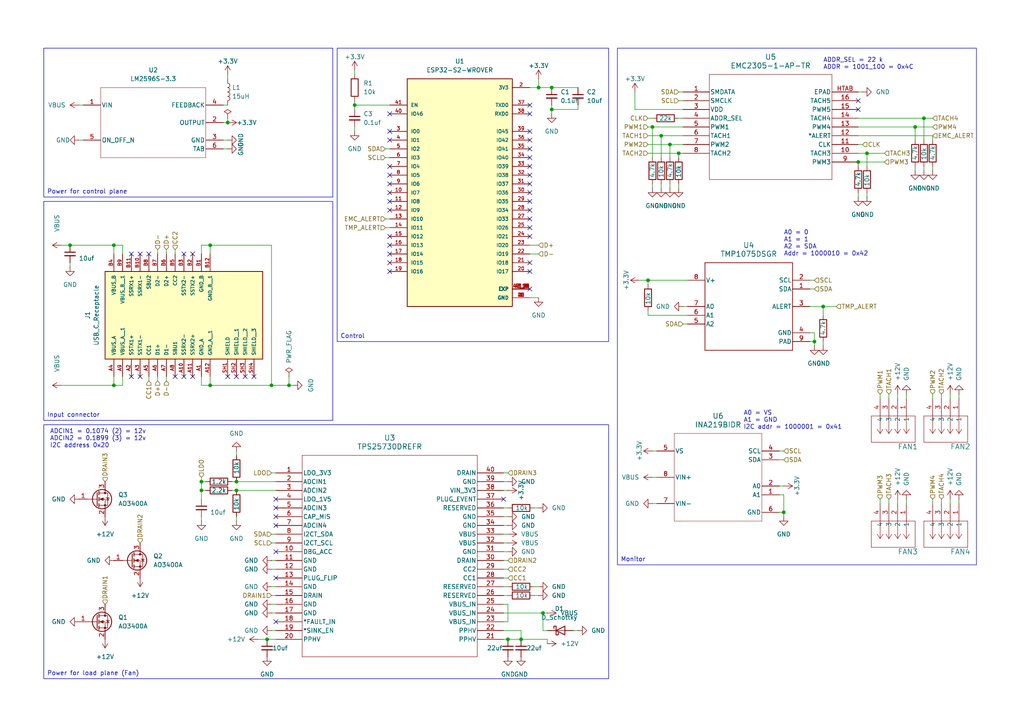
<source format=kicad_sch>
(kicad_sch (version 20231120) (generator "eeschema") (generator_version "8.0")
  (paper "A4")
  (title_block (title "Fan Dominator") (rev "0.1"))
  (lib_symbols
    (symbol "470531000:470531000" (pin_names (offset 0.254))
      (property "Reference" "J" (at 8.89 6.35 0))
      (property "Value" "470531000" (at 0 0 0))
      (symbol "470531000_1_1"
        (pin unspecified line (at 0 0 0) (length 5.08) (name "1") (number "1"))
        (pin unspecified line (at 0 -2.54 0) (length 5.08) (name "2") (number "2"))
        (pin unspecified line (at 0 -5.08 0) (length 5.08) (name "3") (number "3"))
        (pin unspecified line (at 0 -7.62 0) (length 5.08) (name "4") (number "4"))
      )
      (symbol "470531000_1_2"
        (pin unspecified line (at 0 0 0) (length 5.08) (name "1") (number "1"))
        (pin unspecified line (at 0 -2.54 0) (length 5.08) (name "2") (number "2"))
        (pin unspecified line (at 0 -5.08 0) (length 5.08) (name "3") (number "3"))
        (pin unspecified line (at 0 -7.62 0) (length 5.08) (name "4") (number "4"))
      )
    )
    (symbol "Device:C_Small" (pin_numbers hide) (pin_names (offset 0.254) hide)
      (property "Reference" "C" (at 0.254 1.778 0))
      (property "Value" "C_Small" (at 0.254 -2.032 0))
      (symbol "C_Small_1_1"
        (pin passive line (at 0 2.54 270) (length 2.032) (name "~") (number "1"))
        (pin passive line (at 0 -2.54 90) (length 2.032) (name "~") (number "2"))
      )
    )
    (symbol "Device:D_Schottky" (pin_numbers hide) (pin_names (offset 1.016) hide)
      (property "Reference" "D" (at 0 2.54 0))
      (property "Value" "D_Schottky" (at 0 -2.54 0))
      (symbol "D_Schottky_1_1"
        (pin passive line (at -3.81 0 0) (length 2.54) (name "K") (number "1"))
        (pin passive line (at 3.81 0 180) (length 2.54) (name "A") (number "2"))
      )
    )
    (symbol "Device:L" (pin_numbers hide) (pin_names (offset 1.016) hide)
      (property "Reference" "L" (at -1.27 0 90))
      (property "Value" "L" (at 1.905 0 90))
      (symbol "L_1_1"
        (pin passive line (at 0 3.81 270) (length 1.27) (name "1") (number "1"))
        (pin passive line (at 0 -3.81 90) (length 1.27) (name "2") (number "2"))
      )
    )
    (symbol "Device:R" (pin_numbers hide) (pin_names (offset 0))
      (property "Reference" "R" (at 2.032 0 90))
      (property "Value" "R" (at 0 0 90))
      (symbol "R_1_1"
        (pin passive line (at 0 3.81 270) (length 1.27) (name "~") (number "1"))
        (pin passive line (at 0 -3.81 90) (length 1.27) (name "~") (number "2"))
      )
    )
    (symbol "EMC2305-1-AP-TR:EMC2305-1-AP-TR" (pin_names (offset 0.254))
      (property "Reference" "U" (at 25.4 10.16 0))
      (property "Value" "EMC2305-1-AP-TR" (at 25.4 7.62 0))
      (symbol "EMC2305-1-AP-TR_0_1"
        (pin bidirectional line (at 0 0 0) (length 7.62) (name "SMDATA") (number "1"))
        (pin input line (at 50.8 -17.78 180) (length 7.62) (name "TACH3") (number "10"))
        (pin bidirectional line (at 50.8 -15.24 180) (length 7.62) (name "CLK") (number "11"))
        (pin output line (at 50.8 -12.7 180) (length 7.62) (name "*ALERT") (number "12"))
        (pin output line (at 50.8 -10.16 180) (length 7.62) (name "PWM4") (number "13"))
        (pin input line (at 50.8 -7.62 180) (length 7.62) (name "TACH4") (number "14"))
        (pin output line (at 50.8 -5.08 180) (length 7.62) (name "PWM5") (number "15"))
        (pin input line (at 50.8 -2.54 180) (length 7.62) (name "TACH5") (number "16"))
        (pin input line (at 0 -2.54 0) (length 7.62) (name "SMCLK") (number "2"))
        (pin power_in line (at 0 -5.08 0) (length 7.62) (name "VDD") (number "3"))
        (pin bidirectional line (at 0 -7.62 0) (length 7.62) (name "ADDR_SEL") (number "4"))
        (pin output line (at 0 -10.16 0) (length 7.62) (name "PWM1") (number "5"))
        (pin input line (at 0 -12.7 0) (length 7.62) (name "TACH1") (number "6"))
        (pin output line (at 0 -15.24 0) (length 7.62) (name "PWM2") (number "7"))
        (pin input line (at 0 -17.78 0) (length 7.62) (name "TACH2") (number "8"))
        (pin output line (at 50.8 -20.32 180) (length 7.62) (name "PWM3") (number "9"))
        (pin unspecified line (at 50.8 0 180) (length 7.62) (name "EPAD") (number "HTAB"))
      )
    )
    (symbol "INA219BID:INA219BID" (pin_names (offset 0.254))
      (property "Reference" "U" (at 0 2.54 0))
      (property "Value" "INA219BID" (at 0 0 0))
      (symbol "INA219BID_0_1"
        (pin input line (at 17.78 -5.08 180) (length 5.08) (name "A1") (number "1"))
        (pin input line (at 17.78 -2.54 180) (length 5.08) (name "A0") (number "2"))
        (pin bidirectional line (at 17.78 5.08 180) (length 5.08) (name "SDA") (number "3"))
        (pin input line (at 17.78 7.62 180) (length 5.08) (name "SCL") (number "4"))
        (pin power_in line (at -17.78 7.62 0) (length 5.08) (name "VS") (number "5"))
        (pin power_in line (at 17.78 -10.16 180) (length 5.08) (name "GND") (number "6"))
        (pin power_in line (at -17.78 -7.62 0) (length 5.08) (name "VIN-") (number "7"))
        (pin power_in line (at -17.78 0 0) (length 5.08) (name "VIN+") (number "8"))
      )
    )
    (symbol "LM2596S_3_3:LM2596S-3.3" (pin_names (offset 0.254))
      (property "Reference" "U" (at 0 2.54 0))
      (property "Value" "LM2596S-3.3" (at 0 0 0))
      (symbol "LM2596S-3.3_0_1"
        (pin power_in line (at -20.32 5.08 0) (length 5.08) (name "VIN") (number "1"))
        (pin power_in line (at 20.32 0 180) (length 5.08) (name "OUTPUT") (number "2"))
        (pin power_in line (at 20.32 -5.08 180) (length 5.08) (name "GND") (number "3"))
        (pin input line (at 20.32 5.08 180) (length 5.08) (name "FEEDBACK") (number "4"))
        (pin input line (at -20.32 -5.08 0) (length 5.08) (name "ON_OFF_N") (number "5"))
        (pin power_in line (at 20.32 -7.62 180) (length 5.08) (name "TAB") (number "6"))
      )
    )
    (symbol "RAHUC31AU1TR:RAHUC31AU1TR" (pin_names (offset 1.016))
      (property "Reference" "J" (at -12.7 16.002 0))
      (property "Value" "RAHUC31AU1TR" (at -12.7 -33.02 0))
      (symbol "RAHUC31AU1TR_0_0"
        (pin power_in line (at -17.78 -12.7 0) (length 5.08) (name "GND_A") (number "A1"))
        (pin bidirectional line (at -17.78 -7.62 0) (length 5.08) (name "SSRX2-") (number "A10"))
        (pin bidirectional line (at -17.78 -10.16 0) (length 5.08) (name "SSRX2+") (number "A11"))
        (pin power_in line (at -17.78 -15.24 0) (length 5.08) (name "GND_A__1") (number "A12"))
        (pin bidirectional line (at -17.78 7.62 0) (length 5.08) (name "SSTX1+") (number "A2"))
        (pin bidirectional line (at -17.78 5.08 0) (length 5.08) (name "SSTX1-") (number "A3"))
        (pin power_in line (at -17.78 12.7 0) (length 5.08) (name "VBUS_A") (number "A4"))
        (pin bidirectional line (at -17.78 2.54 0) (length 5.08) (name "CC1") (number "A5"))
        (pin bidirectional line (at -17.78 0 0) (length 5.08) (name "D1+") (number "A6"))
        (pin bidirectional line (at -17.78 -2.54 0) (length 5.08) (name "D1-") (number "A7"))
        (pin bidirectional line (at -17.78 -5.08 0) (length 5.08) (name "SBU1") (number "A8"))
        (pin power_in line (at -17.78 10.16 0) (length 5.08) (name "VBUS_A__1") (number "A9"))
        (pin power_in line (at 17.78 -12.7 180) (length 5.08) (name "GND_B") (number "B1"))
        (pin bidirectional line (at 17.78 5.08 180) (length 5.08) (name "SSRX1-") (number "B10"))
        (pin bidirectional line (at 17.78 7.62 180) (length 5.08) (name "SSRX1+") (number "B11"))
        (pin power_in line (at 17.78 -15.24 180) (length 5.08) (name "GND_B__1") (number "B12"))
        (pin bidirectional line (at 17.78 -10.16 180) (length 5.08) (name "SSTX2+") (number "B2"))
        (pin bidirectional line (at 17.78 -7.62 180) (length 5.08) (name "SSTX2-") (number "B3"))
        (pin power_in line (at 17.78 12.7 180) (length 5.08) (name "VBUS_B") (number "B4"))
        (pin bidirectional line (at 17.78 -5.08 180) (length 5.08) (name "CC2") (number "B5"))
        (pin bidirectional line (at 17.78 -2.54 180) (length 5.08) (name "D2+") (number "B6"))
        (pin bidirectional line (at 17.78 0 180) (length 5.08) (name "D2-") (number "B7"))
        (pin bidirectional line (at 17.78 2.54 180) (length 5.08) (name "SBU2") (number "B8"))
        (pin power_in line (at 17.78 10.16 180) (length 5.08) (name "VBUS_B__1") (number "B9"))
        (pin passive line (at -17.78 -20.32 0) (length 5.08) (name "SHIELD") (number "SH1"))
        (pin passive line (at -17.78 -22.86 0) (length 5.08) (name "SHIELD__1") (number "SH2"))
        (pin passive line (at -17.78 -25.4 0) (length 5.08) (name "SHIELD__2") (number "SH3"))
        (pin passive line (at -17.78 -27.94 0) (length 5.08) (name "SHIELD__3") (number "SH4"))
      )
    )
    (symbol "TMP1075DSGR:TMP1075DSGR" (pin_names (offset 0.254))
      (property "Reference" "U" (at 0 2.54 0))
      (property "Value" "TMP1075DSGR" (at 0 0 0))
      (symbol "TMP1075DSGR_0_1"
        (pin bidirectional line (at 17.78 5.08 180) (length 5.08) (name "SDA") (number "1"))
        (pin input line (at 17.78 7.62 180) (length 5.08) (name "SCL") (number "2"))
        (pin open_collector line (at 17.78 0 180) (length 5.08) (name "ALERT") (number "3"))
        (pin power_in line (at 17.78 -7.62 180) (length 5.08) (name "GND") (number "4"))
        (pin input line (at -17.78 -5.08 0) (length 5.08) (name "A2") (number "5"))
        (pin input line (at -17.78 -2.54 0) (length 5.08) (name "A1") (number "6"))
        (pin input line (at -17.78 0 0) (length 5.08) (name "A0") (number "7"))
        (pin power_in line (at -17.78 7.62 0) (length 5.08) (name "V+") (number "8"))
        (pin power_in line (at 17.78 -10.16 180) (length 5.08) (name "PAD") (number "9"))
      )
    )
    (symbol "TPS25730DREFR:TPS25730DREFR" (pin_names (offset 0.254))
      (property "Reference" "U" (at 33.02 10.16 0))
      (property "Value" "TPS25730DREFR" (at 33.02 7.62 0))
      (symbol "TPS25730DREFR_0_1"
        (pin output line (at 0 0 0) (length 7.62) (name "LDO_3V3") (number "1"))
        (pin output line (at 0 -22.86 0) (length 7.62) (name "DBG_ACC") (number "10"))
        (pin power_out line (at 0 -25.4 0) (length 7.62) (name "GND") (number "11"))
        (pin power_out line (at 0 -27.94 0) (length 7.62) (name "GND") (number "12"))
        (pin output line (at 0 -30.48 0) (length 7.62) (name "PLUG_FLIP") (number "13"))
        (pin power_out line (at 0 -33.02 0) (length 7.62) (name "GND") (number "14"))
        (pin unspecified line (at 0 -35.56 0) (length 7.62) (name "DRAIN") (number "15"))
        (pin power_out line (at 0 -38.1 0) (length 7.62) (name "GND") (number "16"))
        (pin power_out line (at 0 -40.64 0) (length 7.62) (name "GND") (number "17"))
        (pin input line (at 0 -43.18 0) (length 7.62) (name "*FAULT_IN") (number "18"))
        (pin output line (at 0 -45.72 0) (length 7.62) (name "*SINK_EN") (number "19"))
        (pin input line (at 0 -2.54 0) (length 7.62) (name "ADCIN1") (number "2"))
        (pin bidirectional line (at 0 -48.26 0) (length 7.62) (name "PPHV") (number "20"))
        (pin bidirectional line (at 66.04 -48.26 180) (length 7.62) (name "PPHV") (number "21"))
        (pin bidirectional line (at 66.04 -45.72 180) (length 7.62) (name "PPHV") (number "22"))
        (pin bidirectional line (at 66.04 -43.18 180) (length 7.62) (name "VBUS_IN") (number "23"))
        (pin bidirectional line (at 66.04 -40.64 180) (length 7.62) (name "VBUS_IN") (number "24"))
        (pin bidirectional line (at 66.04 -38.1 180) (length 7.62) (name "VBUS_IN") (number "25"))
        (pin input line (at 66.04 -35.56 180) (length 7.62) (name "RESERVED") (number "26"))
        (pin input line (at 66.04 -33.02 180) (length 7.62) (name "RESERVED") (number "27"))
        (pin bidirectional line (at 66.04 -30.48 180) (length 7.62) (name "CC1") (number "28"))
        (pin bidirectional line (at 66.04 -27.94 180) (length 7.62) (name "CC2") (number "29"))
        (pin input line (at 0 -5.08 0) (length 7.62) (name "ADCIN2") (number "3"))
        (pin unspecified line (at 66.04 -25.4 180) (length 7.62) (name "DRAIN") (number "30"))
        (pin power_out line (at 66.04 -22.86 180) (length 7.62) (name "GND") (number "31"))
        (pin output line (at 66.04 -20.32 180) (length 7.62) (name "VBUS") (number "32"))
        (pin output line (at 66.04 -17.78 180) (length 7.62) (name "VBUS") (number "33"))
        (pin power_out line (at 66.04 -15.24 180) (length 7.62) (name "GND") (number "34"))
        (pin power_out line (at 66.04 -12.7 180) (length 7.62) (name "GND") (number "35"))
        (pin input line (at 66.04 -10.16 180) (length 7.62) (name "RESERVED") (number "36"))
        (pin output line (at 66.04 -7.62 180) (length 7.62) (name "PLUG_EVENT") (number "37"))
        (pin input line (at 66.04 -5.08 180) (length 7.62) (name "VIN_3V3") (number "38"))
        (pin power_out line (at 66.04 -2.54 180) (length 7.62) (name "GND") (number "39"))
        (pin output line (at 0 -7.62 0) (length 7.62) (name "LDO_1V5") (number "4"))
        (pin unspecified line (at 66.04 0 180) (length 7.62) (name "DRAIN") (number "40"))
        (pin input line (at 0 -10.16 0) (length 7.62) (name "ADCIN3") (number "5"))
        (pin output line (at 0 -12.7 0) (length 7.62) (name "CAP_MIS") (number "6"))
        (pin input line (at 0 -15.24 0) (length 7.62) (name "ADCIN4") (number "7"))
        (pin bidirectional line (at 0 -17.78 0) (length 7.62) (name "I2CT_SDA") (number "8"))
        (pin input line (at 0 -20.32 0) (length 7.62) (name "I2CT_SCL") (number "9"))
      )
    )
    (symbol "Transistor_FET:AO3400A" (pin_names hide)
      (property "Reference" "Q" (at 5.08 1.905 0))
      (property "Value" "AO3400A" (at 5.08 0 0))
      (symbol "AO3400A_1_1"
        (pin input line (at -5.08 0 0) (length 2.54) (name "G") (number "1"))
        (pin passive line (at 2.54 -5.08 90) (length 2.54) (name "S") (number "2"))
        (pin passive line (at 2.54 5.08 270) (length 2.54) (name "D") (number "3"))
      )
    )
    (symbol "adafruit:ESP32-S2-WROVER" (pin_names (offset 1.016))
      (property "Reference" "U" (at -15.0359 34.1345 0))
      (property "Value" "ESP32-S2-WROVER" (at -15.2867 -35.6681 0))
      (symbol "ESP32-S2-WROVER_0_0"
        (pin power_in line (at 20.32 -30.48 180) (length 5.08) (name "GND") (number "1"))
        (pin bidirectional line (at -20.32 0 0) (length 5.08) (name "IO7") (number "10"))
        (pin bidirectional line (at -20.32 -2.54 0) (length 5.08) (name "IO8") (number "11"))
        (pin bidirectional line (at -20.32 -5.08 0) (length 5.08) (name "IO9") (number "12"))
        (pin bidirectional line (at -20.32 -7.62 0) (length 5.08) (name "IO10") (number "13"))
        (pin bidirectional line (at -20.32 -10.16 0) (length 5.08) (name "IO11") (number "14"))
        (pin bidirectional line (at -20.32 -12.7 0) (length 5.08) (name "IO12") (number "15"))
        (pin bidirectional line (at -20.32 -15.24 0) (length 5.08) (name "IO13") (number "16"))
        (pin bidirectional line (at -20.32 -17.78 0) (length 5.08) (name "IO14") (number "17"))
        (pin bidirectional line (at -20.32 -20.32 0) (length 5.08) (name "IO15") (number "18"))
        (pin bidirectional line (at -20.32 -22.86 0) (length 5.08) (name "IO16") (number "19"))
        (pin power_in line (at 20.32 30.48 180) (length 5.08) (name "3V3") (number "2"))
        (pin bidirectional line (at 20.32 -22.86 180) (length 5.08) (name "IO17") (number "20"))
        (pin bidirectional line (at 20.32 -20.32 180) (length 5.08) (name "IO18") (number "21"))
        (pin bidirectional line (at 20.32 -17.78 180) (length 5.08) (name "IO19") (number "22"))
        (pin bidirectional line (at 20.32 -15.24 180) (length 5.08) (name "IO20") (number "23"))
        (pin bidirectional line (at 20.32 -12.7 180) (length 5.08) (name "IO21") (number "24"))
        (pin bidirectional line (at 20.32 -10.16 180) (length 5.08) (name "IO26") (number "25"))
        (pin power_in line (at 20.32 -30.48 180) (length 5.08) (name "GND") (number "26"))
        (pin bidirectional line (at 20.32 -7.62 180) (length 5.08) (name "IO33") (number "27"))
        (pin bidirectional line (at 20.32 -5.08 180) (length 5.08) (name "IO34") (number "28"))
        (pin bidirectional line (at 20.32 -2.54 180) (length 5.08) (name "IO35") (number "29"))
        (pin bidirectional line (at -20.32 17.78 0) (length 5.08) (name "IO0") (number "3"))
        (pin bidirectional line (at 20.32 0 180) (length 5.08) (name "IO36") (number "30"))
        (pin bidirectional line (at 20.32 2.54 180) (length 5.08) (name "IO37") (number "31"))
        (pin bidirectional line (at 20.32 5.08 180) (length 5.08) (name "IO38") (number "32"))
        (pin bidirectional line (at 20.32 7.62 180) (length 5.08) (name "IO39") (number "33"))
        (pin bidirectional line (at 20.32 10.16 180) (length 5.08) (name "IO40") (number "34"))
        (pin bidirectional line (at 20.32 12.7 180) (length 5.08) (name "IO41") (number "35"))
        (pin bidirectional line (at 20.32 15.24 180) (length 5.08) (name "IO42") (number "36"))
        (pin bidirectional line (at 20.32 25.4 180) (length 5.08) (name "TXD0") (number "37"))
        (pin bidirectional line (at 20.32 22.86 180) (length 5.08) (name "RXD0") (number "38"))
        (pin bidirectional line (at 20.32 17.78 180) (length 5.08) (name "IO45") (number "39"))
        (pin bidirectional line (at -20.32 15.24 0) (length 5.08) (name "IO1") (number "4"))
        (pin input line (at -20.32 22.86 0) (length 5.08) (name "IO46") (number "40"))
        (pin input line (at -20.32 25.4 0) (length 5.08) (name "EN") (number "41"))
        (pin power_in line (at 20.32 -30.48 180) (length 5.08) (name "GND") (number "42"))
        (pin power_in line (at 20.32 -27.94 180) (length 5.08) (name "EXP") (number "43_1"))
        (pin power_in line (at 20.32 -27.94 180) (length 5.08) (name "EXP") (number "43_10"))
        (pin power_in line (at 20.32 -27.94 180) (length 5.08) (name "EXP") (number "43_11"))
        (pin power_in line (at 20.32 -27.94 180) (length 5.08) (name "EXP") (number "43_12"))
        (pin power_in line (at 20.32 -27.94 180) (length 5.08) (name "EXP") (number "43_13"))
        (pin power_in line (at 20.32 -27.94 180) (length 5.08) (name "EXP") (number "43_14"))
        (pin power_in line (at 20.32 -27.94 180) (length 5.08) (name "EXP") (number "43_15"))
        (pin power_in line (at 20.32 -27.94 180) (length 5.08) (name "EXP") (number "43_16"))
        (pin power_in line (at 20.32 -27.94 180) (length 5.08) (name "EXP") (number "43_17"))
        (pin power_in line (at 20.32 -27.94 180) (length 5.08) (name "EXP") (number "43_18"))
        (pin power_in line (at 20.32 -27.94 180) (length 5.08) (name "EXP") (number "43_19"))
        (pin power_in line (at 20.32 -27.94 180) (length 5.08) (name "EXP") (number "43_2"))
        (pin power_in line (at 20.32 -27.94 180) (length 5.08) (name "EXP") (number "43_20"))
        (pin power_in line (at 20.32 -27.94 180) (length 5.08) (name "EXP") (number "43_21"))
        (pin power_in line (at 20.32 -27.94 180) (length 5.08) (name "EXP") (number "43_3"))
        (pin power_in line (at 20.32 -27.94 180) (length 5.08) (name "EXP") (number "43_4"))
        (pin power_in line (at 20.32 -27.94 180) (length 5.08) (name "EXP") (number "43_5"))
        (pin power_in line (at 20.32 -27.94 180) (length 5.08) (name "EXP") (number "43_6"))
        (pin power_in line (at 20.32 -27.94 180) (length 5.08) (name "EXP") (number "43_7"))
        (pin power_in line (at 20.32 -27.94 180) (length 5.08) (name "EXP") (number "43_8"))
        (pin power_in line (at 20.32 -27.94 180) (length 5.08) (name "EXP") (number "43_9"))
        (pin bidirectional line (at -20.32 12.7 0) (length 5.08) (name "IO2") (number "5"))
        (pin bidirectional line (at -20.32 10.16 0) (length 5.08) (name "IO3") (number "6"))
        (pin bidirectional line (at -20.32 7.62 0) (length 5.08) (name "IO4") (number "7"))
        (pin bidirectional line (at -20.32 5.08 0) (length 5.08) (name "IO5") (number "8"))
        (pin bidirectional line (at -20.32 2.54 0) (length 5.08) (name "IO6") (number "9"))
      )
    )
    (symbol "power:+12V" (power) (pin_numbers hide) (pin_names (offset 0) hide)
      (property "Value" "+12V" (at 0 3.556 0))
      (symbol "+12V_1_1"
        (pin power_in line (at 0 0 90) (length 0) (name "~") (number "1"))
      )
    )
    (symbol "power:+3.3V" (power) (pin_numbers hide) (pin_names (offset 0) hide)
      (property "Value" "+3.3V" (at 0 3.556 0))
      (symbol "+3.3V_1_1"
        (pin power_in line (at 0 0 90) (length 0) (name "~") (number "1"))
      )
    )
    (symbol "power:GND" (power) (pin_numbers hide) (pin_names (offset 0) hide)
      (property "Value" "GND" (at 0 -3.81 0))
      (symbol "GND_1_1"
        (pin power_in line (at 0 0 270) (length 0) (name "~") (number "1"))
      )
    )
    (symbol "power:PWR_FLAG" (power) (pin_numbers hide) (pin_names (offset 0) hide)
      (property "Value" "PWR_FLAG" (at 0 3.81 0))
      (symbol "PWR_FLAG_0_0"
        (pin power_out line (at 0 0 90) (length 0) (name "~") (number "1"))
      )
    )
    (symbol "power:VBUS" (power) (pin_numbers hide) (pin_names (offset 0) hide)
      (property "Value" "VBUS" (at 0 3.556 0))
      (symbol "VBUS_1_1"
        (pin power_in line (at 0 0 90) (length 0) (name "~") (number "1"))
      )
    )
  )
  (junction (at 248.92 46.99))
  (junction (at 227.33 148.59))
  (junction (at 83.82 111.76))
  (junction (at 194.31 41.91))
  (junction (at 157.48 177.8))
  (junction (at 267.97 34.29))
  (junction (at 60.96 111.76))
  (junction (at 78.74 111.76))
  (junction (at 58.42 139.7))
  (junction (at 191.77 39.37))
  (junction (at 151.13 185.42))
  (junction (at 102.87 30.48))
  (junction (at 33.02 111.76))
  (junction (at 187.96 81.28))
  (junction (at 77.47 185.42))
  (junction (at 68.58 139.7))
  (junction (at 147.32 185.42))
  (junction (at 68.58 142.24))
  (junction (at 66.04 35.56))
  (junction (at 238.76 88.9))
  (junction (at 58.42 142.24))
  (junction (at 189.23 36.83))
  (junction (at 236.22 99.06))
  (junction (at 60.96 71.12))
  (junction (at 160.02 31.75))
  (junction (at 251.46 44.45))
  (junction (at 160.02 25.4))
  (junction (at 20.32 71.12))
  (junction (at 156.21 25.4))
  (junction (at 265.43 36.83))
  (junction (at 196.85 44.45))
  (junction (at 33.02 71.12))
  (no_connect (at 153.67 68.58))
  (no_connect (at 113.03 53.34))
  (no_connect (at 153.67 78.74))
  (no_connect (at 146.05 144.78))
  (no_connect (at 80.01 152.4))
  (no_connect (at 153.67 58.42))
  (no_connect (at 153.67 76.2))
  (no_connect (at 55.88 73.66))
  (no_connect (at 80.01 167.64))
  (no_connect (at 113.03 58.42))
  (no_connect (at 40.64 109.22))
  (no_connect (at 113.03 38.1))
  (no_connect (at 153.67 66.04))
  (no_connect (at 68.58 109.22))
  (no_connect (at 80.01 149.86))
  (no_connect (at 113.03 71.12))
  (no_connect (at 73.66 109.22))
  (no_connect (at 113.03 55.88))
  (no_connect (at 153.67 48.26))
  (no_connect (at 80.01 147.32))
  (no_connect (at 43.18 73.66))
  (no_connect (at 38.1 73.66))
  (no_connect (at 38.1 109.22))
  (no_connect (at 153.67 30.48))
  (no_connect (at 153.67 33.02))
  (no_connect (at 113.03 60.96))
  (no_connect (at 153.67 43.18))
  (no_connect (at 113.03 33.02))
  (no_connect (at 113.03 40.64))
  (no_connect (at 53.34 109.22))
  (no_connect (at 80.01 180.34))
  (no_connect (at 113.03 48.26))
  (no_connect (at 153.67 55.88))
  (no_connect (at 50.8 109.22))
  (no_connect (at 153.67 38.1))
  (no_connect (at 153.67 83.82))
  (no_connect (at 66.04 109.22))
  (no_connect (at 153.67 60.96))
  (no_connect (at 113.03 50.8))
  (no_connect (at 113.03 73.66))
  (no_connect (at 53.34 73.66))
  (no_connect (at 113.03 68.58))
  (no_connect (at 113.03 76.2))
  (no_connect (at 153.67 40.64))
  (no_connect (at 248.92 31.75))
  (no_connect (at 248.92 29.21))
  (no_connect (at 55.88 109.22))
  (no_connect (at 153.67 45.72))
  (no_connect (at 71.12 109.22))
  (no_connect (at 80.01 144.78))
  (no_connect (at 153.67 63.5))
  (no_connect (at 153.67 50.8))
  (no_connect (at 113.03 78.74))
  (no_connect (at 40.64 73.66))
  (no_connect (at 80.01 160.02))
  (no_connect (at 153.67 53.34))
  (wire (pts (xy 111.76 43.18) (xy 113.03 43.18)))
  (wire (pts (xy 194.31 41.91) (xy 194.31 45.72)))
  (wire (pts (xy 275.59 114.3) (xy 275.59 115.57)))
  (wire (pts (xy 78.74 154.94) (xy 80.01 154.94)))
  (wire (pts (xy 151.13 182.88) (xy 151.13 185.42)))
  (wire (pts (xy 191.77 39.37) (xy 198.12 39.37)))
  (wire (pts (xy 102.87 29.21) (xy 102.87 30.48)))
  (wire (pts (xy 278.13 144.78) (xy 278.13 146.05)))
  (wire (pts (xy 20.32 71.12) (xy 33.02 71.12)))
  (wire (pts (xy 58.42 142.24) (xy 58.42 144.78)))
  (wire (pts (xy 58.42 73.66) (xy 58.42 71.12)))
  (wire (pts (xy 146.05 162.56) (xy 147.32 162.56)))
  (wire (pts (xy 157.48 177.8) (xy 157.48 182.88)))
  (wire (pts (xy 146.05 157.48) (xy 147.32 157.48)))
  (wire (pts (xy 160.02 30.48) (xy 160.02 31.75)))
  (wire (pts (xy 196.85 26.67) (xy 198.12 26.67)))
  (wire (pts (xy 60.96 111.76) (xy 78.74 111.76)))
  (wire (pts (xy 185.42 81.28) (xy 187.96 81.28)))
  (wire (pts (xy 198.12 31.75) (xy 184.15 31.75)))
  (wire (pts (xy 20.32 76.2) (xy 20.32 77.47)))
  (wire (pts (xy 189.23 36.83) (xy 189.23 45.72)))
  (wire (pts (xy 265.43 48.26) (xy 265.43 49.53)))
  (wire (pts (xy 83.82 111.76) (xy 85.09 111.76)))
  (wire (pts (xy 234.95 99.06) (xy 236.22 99.06)))
  (wire (pts (xy 234.95 96.52) (xy 236.22 96.52)))
  (wire (pts (xy 236.22 99.06) (xy 236.22 100.33)))
  (wire (pts (xy 111.76 66.04) (xy 113.03 66.04)))
  (wire (pts (xy 35.56 71.12) (xy 33.02 71.12)))
  (wire (pts (xy 146.05 175.26) (xy 147.32 175.26)))
  (wire (pts (xy 227.33 143.51) (xy 227.33 148.59)))
  (wire (pts (xy 270.51 114.3) (xy 270.51 115.57)))
  (wire (pts (xy 58.42 149.86) (xy 58.42 151.13)))
  (wire (pts (xy 160.02 31.75) (xy 160.02 33.02)))
  (wire (pts (xy 267.97 34.29) (xy 267.97 40.64)))
  (wire (pts (xy 278.13 114.3) (xy 278.13 115.57)))
  (wire (pts (xy 64.77 35.56) (xy 66.04 35.56)))
  (wire (pts (xy 262.89 144.78) (xy 262.89 146.05)))
  (wire (pts (xy 111.76 45.72) (xy 113.03 45.72)))
  (wire (pts (xy 248.92 39.37) (xy 270.51 39.37)))
  (wire (pts (xy 196.85 53.34) (xy 196.85 54.61)))
  (wire (pts (xy 248.92 26.67) (xy 250.19 26.67)))
  (wire (pts (xy 67.31 139.7) (xy 68.58 139.7)))
  (wire (pts (xy 154.94 147.32) (xy 156.21 147.32)))
  (wire (pts (xy 187.96 44.45) (xy 196.85 44.45)))
  (wire (pts (xy 260.35 114.3) (xy 260.35 115.57)))
  (wire (pts (xy 196.85 44.45) (xy 198.12 44.45)))
  (wire (pts (xy 64.77 40.64) (xy 66.04 40.64)))
  (wire (pts (xy 102.87 30.48) (xy 102.87 31.75)))
  (wire (pts (xy 146.05 182.88) (xy 151.13 182.88)))
  (wire (pts (xy 238.76 88.9) (xy 238.76 91.44)))
  (wire (pts (xy 146.05 165.1) (xy 147.32 165.1)))
  (wire (pts (xy 102.87 20.32) (xy 102.87 21.59)))
  (wire (pts (xy 160.02 25.4) (xy 167.64 25.4)))
  (wire (pts (xy 83.82 111.76) (xy 83.82 109.22)))
  (wire (pts (xy 257.81 114.3) (xy 257.81 115.57)))
  (wire (pts (xy 33.02 109.22) (xy 33.02 111.76)))
  (wire (pts (xy 147.32 175.26) (xy 147.32 180.34)))
  (wire (pts (xy 248.92 46.99) (xy 248.92 48.26)))
  (wire (pts (xy 154.94 172.72) (xy 156.21 172.72)))
  (wire (pts (xy 226.06 133.35) (xy 227.33 133.35)))
  (wire (pts (xy 33.02 73.66) (xy 33.02 71.12)))
  (wire (pts (xy 58.42 138.43) (xy 58.42 139.7)))
  (wire (pts (xy 66.04 34.29) (xy 66.04 35.56)))
  (wire (pts (xy 196.85 34.29) (xy 198.12 34.29)))
  (wire (pts (xy 248.92 44.45) (xy 251.46 44.45)))
  (wire (pts (xy 260.35 144.78) (xy 260.35 146.05)))
  (wire (pts (xy 270.51 48.26) (xy 270.51 49.53)))
  (wire (pts (xy 22.86 30.48) (xy 24.13 30.48)))
  (wire (pts (xy 227.33 148.59) (xy 227.33 149.86)))
  (wire (pts (xy 20.32 71.12) (xy 17.78 71.12)))
  (wire (pts (xy 146.05 152.4) (xy 147.32 152.4)))
  (wire (pts (xy 58.42 111.76) (xy 60.96 111.76)))
  (wire (pts (xy 251.46 44.45) (xy 251.46 48.26)))
  (wire (pts (xy 153.67 86.36) (xy 156.21 86.36)))
  (wire (pts (xy 238.76 99.06) (xy 238.76 100.33)))
  (wire (pts (xy 191.77 39.37) (xy 191.77 45.72)))
  (wire (pts (xy 157.48 182.88) (xy 158.75 182.88)))
  (wire (pts (xy 78.74 137.16) (xy 80.01 137.16)))
  (wire (pts (xy 146.05 160.02) (xy 147.32 160.02)))
  (wire (pts (xy 22.86 40.64) (xy 24.13 40.64)))
  (wire (pts (xy 189.23 36.83) (xy 198.12 36.83)))
  (wire (pts (xy 226.06 148.59) (xy 227.33 148.59)))
  (wire (pts (xy 17.78 111.76) (xy 33.02 111.76)))
  (wire (pts (xy 151.13 185.42) (xy 158.75 185.42)))
  (wire (pts (xy 153.67 73.66) (xy 156.21 73.66)))
  (wire (pts (xy 194.31 53.34) (xy 194.31 54.61)))
  (wire (pts (xy 187.96 91.44) (xy 199.39 91.44)))
  (wire (pts (xy 234.95 81.28) (xy 236.22 81.28)))
  (wire (pts (xy 187.96 34.29) (xy 189.23 34.29)))
  (wire (pts (xy 146.05 177.8) (xy 157.48 177.8)))
  (wire (pts (xy 166.37 182.88) (xy 167.64 182.88)))
  (wire (pts (xy 74.93 185.42) (xy 77.47 185.42)))
  (wire (pts (xy 226.06 143.51) (xy 227.33 143.51)))
  (wire (pts (xy 146.05 167.64) (xy 147.32 167.64)))
  (wire (pts (xy 147.32 185.42) (xy 151.13 185.42)))
  (wire (pts (xy 156.21 22.86) (xy 156.21 25.4)))
  (wire (pts (xy 64.77 43.18) (xy 66.04 43.18)))
  (wire (pts (xy 58.42 142.24) (xy 59.69 142.24)))
  (wire (pts (xy 153.67 71.12) (xy 156.21 71.12)))
  (wire (pts (xy 248.92 36.83) (xy 265.43 36.83)))
  (wire (pts (xy 146.05 172.72) (xy 147.32 172.72)))
  (wire (pts (xy 58.42 71.12) (xy 60.96 71.12)))
  (wire (pts (xy 60.96 71.12) (xy 78.74 71.12)))
  (wire (pts (xy 146.05 170.18) (xy 147.32 170.18)))
  (wire (pts (xy 226.06 140.97) (xy 227.33 140.97)))
  (wire (pts (xy 78.74 182.88) (xy 80.01 182.88)))
  (wire (pts (xy 58.42 139.7) (xy 59.69 139.7)))
  (wire (pts (xy 189.23 53.34) (xy 189.23 54.61)))
  (wire (pts (xy 187.96 81.28) (xy 199.39 81.28)))
  (wire (pts (xy 157.48 177.8) (xy 158.75 177.8)))
  (wire (pts (xy 67.31 142.24) (xy 68.58 142.24)))
  (wire (pts (xy 196.85 44.45) (xy 196.85 45.72)))
  (wire (pts (xy 50.8 73.66) (xy 50.8 72.39)))
  (wire (pts (xy 265.43 36.83) (xy 265.43 40.64)))
  (wire (pts (xy 60.96 111.76) (xy 60.96 109.22)))
  (wire (pts (xy 35.56 109.22) (xy 35.56 111.76)))
  (wire (pts (xy 275.59 144.78) (xy 275.59 146.05)))
  (wire (pts (xy 78.74 111.76) (xy 78.74 71.12)))
  (wire (pts (xy 187.96 90.17) (xy 187.96 91.44)))
  (wire (pts (xy 43.18 110.49) (xy 43.18 109.22)))
  (wire (pts (xy 111.76 63.5) (xy 113.03 63.5)))
  (wire (pts (xy 68.58 142.24) (xy 80.01 142.24)))
  (wire (pts (xy 68.58 149.86) (xy 68.58 151.13)))
  (wire (pts (xy 58.42 139.7) (xy 58.42 142.24)))
  (wire (pts (xy 236.22 96.52) (xy 236.22 99.06)))
  (wire (pts (xy 146.05 147.32) (xy 147.32 147.32)))
  (wire (pts (xy 102.87 30.48) (xy 113.03 30.48)))
  (wire (pts (xy 267.97 48.26) (xy 267.97 49.53)))
  (wire (pts (xy 248.92 55.88) (xy 248.92 57.15)))
  (wire (pts (xy 234.95 83.82) (xy 236.22 83.82)))
  (wire (pts (xy 58.42 109.22) (xy 58.42 111.76)))
  (wire (pts (xy 146.05 154.94) (xy 147.32 154.94)))
  (wire (pts (xy 156.21 25.4) (xy 160.02 25.4)))
  (wire (pts (xy 102.87 36.83) (xy 102.87 38.1)))
  (wire (pts (xy 198.12 93.98) (xy 199.39 93.98)))
  (wire (pts (xy 270.51 39.37) (xy 270.51 40.64)))
  (wire (pts (xy 68.58 130.81) (xy 68.58 132.08)))
  (wire (pts (xy 273.05 144.78) (xy 273.05 146.05)))
  (wire (pts (xy 187.96 39.37) (xy 191.77 39.37)))
  (wire (pts (xy 60.96 73.66) (xy 60.96 71.12)))
  (wire (pts (xy 238.76 88.9) (xy 242.57 88.9)))
  (wire (pts (xy 191.77 53.34) (xy 191.77 54.61)))
  (wire (pts (xy 189.23 146.05) (xy 190.5 146.05)))
  (wire (pts (xy 248.92 41.91) (xy 250.19 41.91)))
  (wire (pts (xy 66.04 21.59) (xy 66.04 22.86)))
  (wire (pts (xy 273.05 114.3) (xy 273.05 115.57)))
  (wire (pts (xy 146.05 180.34) (xy 147.32 180.34)))
  (wire (pts (xy 45.72 110.49) (xy 45.72 109.22)))
  (wire (pts (xy 184.15 31.75) (xy 184.15 26.67)))
  (wire (pts (xy 198.12 88.9) (xy 199.39 88.9)))
  (wire (pts (xy 48.26 110.49) (xy 48.26 109.22)))
  (wire (pts (xy 146.05 139.7) (xy 147.32 139.7)))
  (wire (pts (xy 48.26 73.66) (xy 48.26 72.39)))
  (wire (pts (xy 146.05 185.42) (xy 147.32 185.42)))
  (wire (pts (xy 251.46 55.88) (xy 251.46 57.15)))
  (wire (pts (xy 194.31 41.91) (xy 198.12 41.91)))
  (wire (pts (xy 265.43 36.83) (xy 270.51 36.83)))
  (wire (pts (xy 251.46 44.45) (xy 256.54 44.45)))
  (wire (pts (xy 153.67 25.4) (xy 156.21 25.4)))
  (wire (pts (xy 146.05 149.86) (xy 147.32 149.86)))
  (wire (pts (xy 248.92 46.99) (xy 256.54 46.99)))
  (wire (pts (xy 189.23 130.81) (xy 190.5 130.81)))
  (wire (pts (xy 187.96 36.83) (xy 189.23 36.83)))
  (wire (pts (xy 68.58 139.7) (xy 80.01 139.7)))
  (wire (pts (xy 255.27 144.78) (xy 255.27 146.05)))
  (wire (pts (xy 255.27 114.3) (xy 255.27 115.57)))
  (wire (pts (xy 78.74 111.76) (xy 83.82 111.76)))
  (wire (pts (xy 78.74 177.8) (xy 80.01 177.8)))
  (wire (pts (xy 146.05 142.24) (xy 147.32 142.24)))
  (wire (pts (xy 189.23 138.43) (xy 190.5 138.43)))
  (wire (pts (xy 78.74 165.1) (xy 80.01 165.1)))
  (wire (pts (xy 262.89 114.3) (xy 262.89 115.57)))
  (wire (pts (xy 187.96 41.91) (xy 194.31 41.91)))
  (wire (pts (xy 154.94 170.18) (xy 156.21 170.18)))
  (wire (pts (xy 196.85 29.21) (xy 198.12 29.21)))
  (wire (pts (xy 187.96 81.28) (xy 187.96 82.55)))
  (wire (pts (xy 64.77 30.48) (xy 66.04 30.48)))
  (wire (pts (xy 226.06 130.81) (xy 227.33 130.81)))
  (wire (pts (xy 234.95 88.9) (xy 238.76 88.9)))
  (wire (pts (xy 167.64 30.48) (xy 167.64 31.75)))
  (wire (pts (xy 158.75 185.42) (xy 158.75 186.69)))
  (wire (pts (xy 146.05 137.16) (xy 147.32 137.16)))
  (wire (pts (xy 167.64 31.75) (xy 160.02 31.75)))
  (wire (pts (xy 78.74 172.72) (xy 80.01 172.72)))
  (wire (pts (xy 78.74 175.26) (xy 80.01 175.26)))
  (wire (pts (xy 78.74 162.56) (xy 80.01 162.56)))
  (wire (pts (xy 35.56 111.76) (xy 33.02 111.76)))
  (wire (pts (xy 78.74 157.48) (xy 80.01 157.48)))
  (wire (pts (xy 248.92 34.29) (xy 267.97 34.29)))
  (wire (pts (xy 45.72 73.66) (xy 45.72 72.39)))
  (wire (pts (xy 270.51 144.78) (xy 270.51 146.05)))
  (wire (pts (xy 35.56 73.66) (xy 35.56 71.12)))
  (wire (pts (xy 77.47 185.42) (xy 80.01 185.42)))
  (wire (pts (xy 78.74 170.18) (xy 80.01 170.18)))
  (wire (pts (xy 257.81 144.78) (xy 257.81 146.05)))
  (wire (pts (xy 267.97 34.29) (xy 270.51 34.29)))
  (text_box "Monitor" (at 179.07 13.97 0) (size 104.14 149.86) (effects (font (size 1.27 1.27)) (justify left bottom)))
  (text_box "Input connector" (at 12.7 58.42 0) (size 83.82 63.5) (effects (font (size 1.27 1.27)) (justify left bottom)))
  (text_box "Power for control plane" (at 12.7 13.97 0) (size 83.82 43.18) (effects (font (size 1.27 1.27)) (justify left bottom)))
  (text_box "Control" (at 97.79 13.97 0) (size 78.74 85.09) (effects (font (size 1.27 1.27)) (justify left bottom)))
  (text_box "Power for load plane (Fan)" (at 12.7 123.19 0) (size 163.83 73.66) (effects (font (size 1.27 1.27)) (justify left bottom)))
  (text "A0 = VS\nA1 = GND\nI2C addr = 1000001 = 0x41" (at 215.646 121.92 0) (effects (font (size 1.27 1.27)) (justify left)))
  (text "ADCIN1 = 0.1074 (2) = 12v\nADCIN2 = 0.1899 (3) = 12v\nI2C address 0x20" (at 14.478 127.254 0) (effects (font (size 1.27 1.27)) (justify left)))
  (text "A0 = 0\nA1 = 1\nA2 = SDA\nAddr = 1000010 = 0x42" (at 227.33 70.612 0) (effects (font (size 1.27 1.27)) (justify left)))
  (text "ADDR_SEL = 22 k\nADDR = 1001_100 = 0x4C\n" (at 238.76 18.542 0) (effects (font (size 1.27 1.27)) (justify left)))
  (hierarchical_label "SCL" (shape input) (at 227.33 130.81 0))
  (hierarchical_label "LDO" (shape input) (at 58.42 138.43 90))
  (hierarchical_label "PWM2" (shape input) (at 187.96 41.91 180))
  (hierarchical_label "TACH1" (shape input) (at 257.81 114.3 90))
  (hierarchical_label "PWM2" (shape input) (at 270.51 114.3 90))
  (hierarchical_label "PWM4" (shape input) (at 270.51 36.83 0))
  (hierarchical_label "DRAIN1" (shape input) (at 30.48 175.26 90))
  (hierarchical_label "DRAIN2" (shape input) (at 147.32 162.56 0))
  (hierarchical_label "SCL" (shape input) (at 78.74 157.48 180))
  (hierarchical_label "PWM3" (shape input) (at 256.54 46.99 0))
  (hierarchical_label "D+" (shape input) (at 48.26 72.39 90))
  (hierarchical_label "CC2" (shape input) (at 147.32 165.1 0))
  (hierarchical_label "SDA" (shape input) (at 196.85 26.67 180))
  (hierarchical_label "DRAIN2" (shape input) (at 40.64 157.48 90))
  (hierarchical_label "D+" (shape input) (at 156.21 71.12 0))
  (hierarchical_label "PWM3" (shape input) (at 255.27 144.78 90))
  (hierarchical_label "D+" (shape input) (at 45.72 110.49 270))
  (hierarchical_label "CLK" (shape input) (at 250.19 41.91 0))
  (hierarchical_label "CC2" (shape input) (at 50.8 72.39 90))
  (hierarchical_label "TACH2" (shape input) (at 187.96 44.45 180))
  (hierarchical_label "SDA" (shape input) (at 198.12 93.98 180))
  (hierarchical_label "PWM4" (shape input) (at 270.51 144.78 90))
  (hierarchical_label "SDA" (shape input) (at 78.74 154.94 180))
  (hierarchical_label "TACH1" (shape input) (at 187.96 39.37 180))
  (hierarchical_label "TMP_ALERT" (shape input) (at 111.76 66.04 180))
  (hierarchical_label "PWM1" (shape input) (at 255.27 114.3 90))
  (hierarchical_label "SDA" (shape input) (at 227.33 133.35 0))
  (hierarchical_label "TACH3" (shape input) (at 257.81 144.78 90))
  (hierarchical_label "DRAIN1" (shape input) (at 78.74 172.72 180))
  (hierarchical_label "TMP_ALERT" (shape input) (at 242.57 88.9 0))
  (hierarchical_label "D-" (shape input) (at 156.21 73.66 0))
  (hierarchical_label "EMC_ALERT" (shape input) (at 270.51 39.37 0))
  (hierarchical_label "DRAIN3" (shape input) (at 30.48 139.7 90))
  (hierarchical_label "EMC_ALERT" (shape input) (at 111.76 63.5 180))
  (hierarchical_label "PWM1" (shape input) (at 187.96 36.83 180))
  (hierarchical_label "D-" (shape input) (at 45.72 72.39 90))
  (hierarchical_label "TACH4" (shape input) (at 273.05 144.78 90))
  (hierarchical_label "SDA" (shape input) (at 236.22 83.82 0))
  (hierarchical_label "CC1" (shape input) (at 147.32 167.64 0))
  (hierarchical_label "TACH2" (shape input) (at 273.05 114.3 90))
  (hierarchical_label "DRAIN3" (shape input) (at 147.32 137.16 0))
  (hierarchical_label "TACH4" (shape input) (at 270.51 34.29 0))
  (hierarchical_label "SCL" (shape input) (at 236.22 81.28 0))
  (hierarchical_label "D-" (shape input) (at 48.26 110.49 270))
  (hierarchical_label "LDO" (shape input) (at 78.74 137.16 180))
  (hierarchical_label "CC1" (shape input) (at 43.18 110.49 270))
  (hierarchical_label "SDA" (shape input) (at 111.76 43.18 180))
  (hierarchical_label "SCL" (shape input) (at 196.85 29.21 180))
  (hierarchical_label "CLK" (shape input) (at 187.96 34.29 180))
  (hierarchical_label "TACH3" (shape input) (at 256.54 44.45 0))
  (hierarchical_label "SCL" (shape input) (at 111.76 45.72 180))
  (symbol (lib_id "power:VBUS") (at 22.86 30.48 90) (unit 1)
    (property "Reference" "#PWR08" (effects (hide yes)))
    (property "Value" "VBUS" (at 19.05 30.4799 90) (effects (justify left)))
    (property "Description" "Power symbol creates a global label with name \"VBUS\"" (effects (hide yes)))
  )
  (symbol (lib_id "Device:D_Schottky") (at 162.56 182.88 0) (unit 1)
    (property "Reference" "D1" (at 162.2425 176.53 0))
    (property "Value" "D_Schottky" (at 162.2425 179.07 0))
    (property "Description" "Schottky diode" (effects (hide yes)))
  )
  (symbol (lib_id "Device:C_Small") (at 20.32 73.66 0) (unit 1)
    (property "Reference" "C5" (effects (hide yes)))
    (property "Value" "10uf" (at 22.86 74.9362 0) (effects (justify left)))
    (property "Description" "Unpolarized capacitor, small symbol" (effects (hide yes)))
  )
  (symbol (lib_id "power:GND") (at 250.19 26.67 90) (unit 1)
    (property "Reference" "#PWR034" (effects (hide yes)))
    (property "Value" "GND" (at 254 26.6699 90) (effects (justify right)))
    (property "Description" "Power symbol creates a global label with name \"GND\" , ground" (effects (hide yes)))
  )
  (symbol (lib_id "power:GND") (at 236.22 100.33 0) (unit 1)
    (property "Reference" "#PWR018" (effects (hide yes)))
    (property "Value" "GND" (at 236.22 105.41 0))
    (property "Description" "Power symbol creates a global label with name \"GND\" , ground" (effects (hide yes)))
  )
  (symbol (lib_id "Transistor_FET:AO3400A") (at 27.94 180.34 0) (unit 1)
    (property "Reference" "Q1" (at 34.29 179.0699 0) (effects (justify left)))
    (property "Value" "AO3400A" (at 34.29 181.6099 0) (effects (justify left)))
    (property "Footprint" "Package_TO_SOT_SMD:SOT-23" (effects (hide yes)))
    (property "Datasheet" "http://www.aosmd.com/pdfs/datasheet/AO3400A.pdf" (effects (hide yes)))
    (property "Description" "30V Vds, 5.7A Id, N-Channel MOSFET, SOT-23" (effects (hide yes)))
  )
  (symbol (lib_id "Device:R") (at 102.87 25.4 0) (unit 1)
    (property "Reference" "R1" (at 105.41 24.1299 0) (effects (justify left)))
    (property "Value" "10k" (at 105.41 26.6699 0) (effects (justify left)))
    (property "Description" "Resistor" (effects (hide yes)))
  )
  (symbol (lib_id "LM2596S_3_3:LM2596S-3.3") (at 44.45 35.56 0) (unit 1)
    (property "Reference" "U2" (at 44.45 20.32 0))
    (property "Value" "LM2596S-3.3" (at 44.45 22.86 0))
    (property "Footprint" "KTT0005B" (effects (hide yes)))
    (property "Datasheet" "https://www.ti.com/lit/ds/symlink/lm2596.pdf" (effects (hide yes)))
    (property "Description" "3.3V 3A Step-Down Voltage Regulator, TO-263" (effects (hide yes)))
    (property "digikey_pn" "LM2596S-3.3-ND" (effects (hide yes)))
    (property "mfgr_pn" "LM2596S-3.3" (effects (hide yes)))
    (property "mfgr_name" "Texas Instruments" (effects (hide yes)))
  )
  (symbol (lib_id "Device:R") (at 191.77 49.53 180) (unit 1)
    (property "Reference" "R12" (effects (hide yes)))
    (property "Value" "10k" (at 191.77 51.562 90) (effects (justify right)))
    (property "Description" "Resistor" (effects (hide yes)))
  )
  (symbol (lib_id "power:+3.3V") (at 66.04 35.56 270) (unit 1)
    (property "Reference" "#PWR09" (effects (hide yes)))
    (property "Value" "+3.3V" (at 68.58 35.56 90) (effects (justify left)))
    (property "Description" "Power symbol creates a global label with name \"+3.3V\"" (effects (hide yes)))
  )
  (symbol (lib_id "Device:R") (at 270.51 44.45 180) (unit 1)
    (property "Reference" "R18" (effects (hide yes)))
    (property "Value" "4.7k" (at 270.51 46.482 90) (effects (justify right)))
    (property "Description" "Resistor" (effects (hide yes)))
  )
  (symbol (lib_id "470531000:470531000") (at 262.89 115.57 270) (unit 1)
    (property "Reference" "FAN1" (at 260.3501 129.54 90) (effects (font (size 1.524 1.524)) (justify left)))
    (property "Value" "0470531000" (effects (hide yes)))
    (property "Footprint" "CONN_47053-1000_MOL" (effects (hide yes)))
    (property "Datasheet" "https://www.molex.com/en-us/products/part-detail/470531000?display=pdf" (effects (hide yes)))
    (property "Description" "Connector Header Through Hole 4 position 0.100\" (2.54mm)" (effects (hide yes)))
    (property "digikey_pn" "WM4330-ND" (effects (hide yes)))
    (property "mfgr_pn" "0470531000" (effects (hide yes)))
    (property "mfgr_name" "Molex" (effects (hide yes)))
  )
  (symbol (lib_id "EMC2305-1-AP-TR:EMC2305-1-AP-TR") (at 198.12 26.67 0) (unit 1)
    (property "Reference" "U5" (at 223.52 16.51 0) (effects (font (size 1.524 1.524))))
    (property "Value" "EMC2305-1-AP-TR" (at 223.52 19.05 0) (effects (font (size 1.524 1.524))))
    (property "Footprint" "QFN16_4x4MC_MCH" (effects (hide yes)))
    (property "Datasheet" "https://ww1.microchip.com/downloads/aemDocuments/documents/MSLD/ProductDocuments/DataSheets/EMC2301-2-3-5-Data-Sheet-DS20006532A.pdf" (effects (hide yes)))
    (property "Description" "Motor Driver PWM 16-QFN (4x4)" (effects (hide yes)))
    (property "digikey_pn" "EMC2305-1-AP-TR-ND " (effects (hide yes)))
    (property "mfgr_pn" "EMC2305-1-AP-TR" (effects (hide yes)))
    (property "mfgr_name" "Microchip Technology" (effects (hide yes)))
  )
  (symbol (lib_id "power:GND") (at 151.13 190.5 0) (unit 1)
    (property "Reference" "#PWR076" (effects (hide yes)))
    (property "Value" "GND" (at 151.13 195.58 0))
    (property "Description" "Power symbol creates a global label with name \"GND\" , ground" (effects (hide yes)))
  )
  (symbol (lib_id "Device:R") (at 68.58 135.89 0) (unit 1)
    (property "Reference" "R5" (effects (hide yes)))
    (property "Value" "10k" (at 68.58 133.858 90) (effects (justify right)))
    (property "Description" "Resistor" (effects (hide yes)))
  )
  (symbol (lib_id "power:GND") (at 189.23 146.05 270) (unit 1)
    (property "Reference" "#PWR029" (effects (hide yes)))
    (property "Value" "GND" (at 185.42 146.0499 90) (effects (justify right)))
    (property "Description" "Power symbol creates a global label with name \"GND\" , ground" (effects (hide yes)))
  )
  (symbol (lib_id "INA219BID:INA219BID") (at 208.28 138.43 0) (unit 1)
    (property "Reference" "U6" (at 208.28 120.65 0) (effects (font (size 1.524 1.524))))
    (property "Value" "INA219BIDR" (at 208.28 123.19 0) (effects (font (size 1.524 1.524))))
    (property "Footprint" "D0008A_N" (effects (hide yes)))
    (property "Datasheet" "https://www.ti.com/lit/ds/symlink/ina219.pdf" (effects (hide yes)))
    (property "Description" "Current Monitor Regulator High-Side 10mA 8-SOIC" (effects (hide yes)))
    (property "digikey_pn" "296-27899-2-ND" (effects (hide yes)))
    (property "mfgr_pn" "INA219BIDR" (effects (hide yes)))
    (property "mfgr_name" "Texas Instruments" (effects (hide yes)))
  )
  (symbol (lib_id "power:+3.3V") (at 156.21 22.86 0) (unit 1)
    (property "Reference" "#PWR02" (effects (hide yes)))
    (property "Value" "+3.3V" (at 156.21 19.05 0))
    (property "Description" "Power symbol creates a global label with name \"+3.3V\"" (effects (hide yes)))
  )
  (symbol (lib_id "power:GND") (at 77.47 190.5 0) (unit 1)
    (property "Reference" "#PWR066" (effects (hide yes)))
    (property "Value" "GND" (at 77.47 195.58 0))
    (property "Description" "Power symbol creates a global label with name \"GND\" , ground" (effects (hide yes)))
  )
  (symbol (lib_id "Device:R") (at 265.43 44.45 180) (unit 1)
    (property "Reference" "R16" (effects (hide yes)))
    (property "Value" "4.7k" (at 265.43 46.482 90) (effects (justify right)))
    (property "Description" "Resistor" (effects (hide yes)))
  )
  (symbol (lib_id "power:GND") (at 238.76 100.33 0) (unit 1)
    (property "Reference" "#PWR058" (effects (hide yes)))
    (property "Value" "GND" (at 238.76 105.41 0))
    (property "Description" "Power symbol creates a global label with name \"GND\" , ground" (effects (hide yes)))
  )
  (symbol (lib_id "Device:C_Small") (at 147.32 187.96 0) (unit 1)
    (property "Reference" "C6" (effects (hide yes)))
    (property "Value" "22uf" (at 141.224 187.96 0) (effects (justify left)))
    (property "Description" "Unpolarized capacitor, small symbol" (effects (hide yes)))
  )
  (symbol (lib_id "power:GND") (at 262.89 144.78 180) (unit 1)
    (property "Reference" "#PWR037" (effects (hide yes)))
    (property "Value" "GND" (at 262.8901 140.97 90) (effects (justify right)))
    (property "Description" "Power symbol creates a global label with name \"GND\" , ground" (effects (hide yes)))
  )
  (symbol (lib_id "Device:R") (at 187.96 86.36 180) (unit 1)
    (property "Reference" "R19" (effects (hide yes)))
    (property "Value" "10k" (at 187.96 88.392 90) (effects (justify right)))
    (property "Description" "Resistor" (effects (hide yes)))
  )
  (symbol (lib_id "Device:C_Small") (at 160.02 27.94 0) (unit 1)
    (property "Reference" "C1" (at 162.56 26.6762 0) (effects (justify left)))
    (property "Value" "0.1uf" (at 162.56 29.2162 0) (effects (justify left)))
    (property "Description" "Unpolarized capacitor, small symbol" (effects (hide yes)))
  )
  (symbol (lib_id "power:GND") (at 196.85 54.61 0) (unit 1)
    (property "Reference" "#PWR046" (effects (hide yes)))
    (property "Value" "GND" (at 196.85 59.69 0))
    (property "Description" "Power symbol creates a global label with name \"GND\" , ground" (effects (hide yes)))
  )
  (symbol (lib_id "power:GND") (at 147.32 152.4 90) (unit 1)
    (property "Reference" "#PWR070" (effects (hide yes)))
    (property "Value" "GND" (at 151.13 152.3999 90) (effects (justify right)))
    (property "Description" "Power symbol creates a global label with name \"GND\" , ground" (effects (hide yes)))
  )
  (symbol (lib_id "Device:R") (at 196.85 49.53 180) (unit 1)
    (property "Reference" "R10" (effects (hide yes)))
    (property "Value" "10k" (at 196.85 51.562 90) (effects (justify right)))
    (property "Description" "Resistor" (effects (hide yes)))
  )
  (symbol (lib_id "Transistor_FET:AO3400A") (at 38.1 162.56 0) (unit 1)
    (property "Reference" "Q2" (at 44.45 161.2899 0) (effects (justify left)))
    (property "Value" "AO3400A" (at 44.45 163.8299 0) (effects (justify left)))
    (property "Footprint" "Package_TO_SOT_SMD:SOT-23" (effects (hide yes)))
    (property "Datasheet" "http://www.aosmd.com/pdfs/datasheet/AO3400A.pdf" (effects (hide yes)))
    (property "Description" "30V Vds, 5.7A Id, N-Channel MOSFET, SOT-23" (effects (hide yes)))
  )
  (symbol (lib_id "Device:R") (at 151.13 170.18 270) (unit 1)
    (property "Reference" "R7" (effects (hide yes)))
    (property "Value" "10k" (at 153.162 170.18 90) (effects (justify right)))
    (property "Description" "Resistor" (effects (hide yes)))
  )
  (symbol (lib_id "power:GND") (at 248.92 57.15 0) (unit 1)
    (property "Reference" "#PWR047" (effects (hide yes)))
    (property "Value" "GND" (at 248.92 62.23 0))
    (property "Description" "Power symbol creates a global label with name \"GND\" , ground" (effects (hide yes)))
  )
  (symbol (lib_id "470531000:470531000") (at 262.89 146.05 270) (unit 1)
    (property "Reference" "FAN3" (at 260.3501 160.02 90) (effects (font (size 1.524 1.524)) (justify left)))
    (property "Value" "0470531000" (effects (hide yes)))
    (property "Footprint" "CONN_47053-1000_MOL" (effects (hide yes)))
    (property "Datasheet" "https://www.molex.com/en-us/products/part-detail/470531000?display=pdf" (effects (hide yes)))
    (property "Description" "Connector Header Through Hole 4 position 0.100\" (2.54mm)" (effects (hide yes)))
    (property "digikey_pn" "WM4330-ND" (effects (hide yes)))
    (property "mfgr_pn" "0470531000" (effects (hide yes)))
    (property "mfgr_name" "Molex" (effects (hide yes)))
  )
  (symbol (lib_id "Device:L") (at 66.04 26.67 0) (unit 1)
    (property "Reference" "L1" (at 67.31 25.3999 0) (effects (justify left)))
    (property "Value" "15uH" (at 67.31 27.9399 0) (effects (justify left)))
    (property "Description" "Inductor 67148490" (effects (hide yes)))
  )
  (symbol (lib_id "power:GND") (at 147.32 160.02 90) (unit 1)
    (property "Reference" "#PWR071" (effects (hide yes)))
    (property "Value" "GND" (at 151.13 160.0199 90) (effects (justify right)))
    (property "Description" "Power symbol creates a global label with name \"GND\" , ground" (effects (hide yes)))
  )
  (symbol (lib_id "power:GND") (at 66.04 43.18 90) (unit 1)
    (property "Reference" "#PWR013" (effects (hide yes)))
    (property "Value" "GND" (at 69.85 43.18 0))
    (property "Description" "Power symbol creates a global label with name \"GND\" , ground" (effects (hide yes)))
  )
  (symbol (lib_id "power:GND") (at 147.32 149.86 90) (unit 1)
    (property "Reference" "#PWR069" (effects (hide yes)))
    (property "Value" "GND" (at 151.13 149.8599 90) (effects (justify right)))
    (property "Description" "Power symbol creates a global label with name \"GND\" , ground" (effects (hide yes)))
  )
  (symbol (lib_id "power:+12V") (at 74.93 185.42 90) (unit 1)
    (property "Reference" "#PWR020" (effects (hide yes)))
    (property "Value" "+12V" (at 71.12 185.4199 90) (effects (justify left)))
    (property "Description" "Power symbol creates a global label with name \"+12V\"" (effects (hide yes)))
  )
  (symbol (lib_id "power:GND") (at 251.46 57.15 0) (unit 1)
    (property "Reference" "#PWR048" (effects (hide yes)))
    (property "Value" "GND" (at 251.46 62.23 0))
    (property "Description" "Power symbol creates a global label with name \"GND\" , ground" (effects (hide yes)))
  )
  (symbol (lib_id "power:+12V") (at 40.64 167.64 180) (unit 1)
    (property "Reference" "#PWR052" (effects (hide yes)))
    (property "Value" "+12V" (at 40.64 172.72 0))
    (property "Description" "Power symbol creates a global label with name \"+12V\"" (effects (hide yes)))
  )
  (symbol (lib_id "Device:C_Small") (at 151.13 187.96 0) (unit 1)
    (property "Reference" "C7" (effects (hide yes)))
    (property "Value" "22uf" (at 152.654 187.96 0) (effects (justify left)))
    (property "Description" "Unpolarized capacitor, small symbol" (effects (hide yes)))
  )
  (symbol (lib_id "power:GND") (at 198.12 88.9 270) (unit 1)
    (property "Reference" "#PWR032" (effects (hide yes)))
    (property "Value" "GND" (at 194.31 88.8999 90) (effects (justify right)))
    (property "Description" "Power symbol creates a global label with name \"GND\" , ground" (effects (hide yes)))
  )
  (symbol (lib_id "Device:C_Small") (at 102.87 34.29 0) (unit 1)
    (property "Reference" "C3" (at 105.41 33.0262 0) (effects (justify left)))
    (property "Value" "0.1uf" (at 105.41 35.5662 0) (effects (justify left)))
    (property "Description" "Unpolarized capacitor, small symbol" (effects (hide yes)))
  )
  (symbol (lib_id "power:GND") (at 78.74 175.26 270) (unit 1)
    (property "Reference" "#PWR063" (effects (hide yes)))
    (property "Value" "GND" (at 74.93 175.2599 90) (effects (justify right)))
    (property "Description" "Power symbol creates a global label with name \"GND\" , ground" (effects (hide yes)))
  )
  (symbol (lib_id "power:GND") (at 265.43 49.53 0) (unit 1)
    (property "Reference" "#PWR049" (effects (hide yes)))
    (property "Value" "GND" (at 265.43 54.61 0))
    (property "Description" "Power symbol creates a global label with name \"GND\" , ground" (effects (hide yes)))
  )
  (symbol (lib_id "power:VBUS") (at 17.78 71.12 90) (unit 1)
    (property "Reference" "#PWR059" (effects (hide yes)))
    (property "Value" "VBUS" (at 16.5099 67.31 0) (effects (justify left)))
    (property "Description" "Power symbol creates a global label with name \"VBUS\"" (effects (hide yes)))
  )
  (symbol (lib_id "power:GND") (at 147.32 139.7 90) (unit 1)
    (property "Reference" "#PWR067" (effects (hide yes)))
    (property "Value" "GND" (at 151.13 139.6999 90) (effects (justify right)))
    (property "Description" "Power symbol creates a global label with name \"GND\" , ground" (effects (hide yes)))
  )
  (symbol (lib_id "Device:R") (at 189.23 49.53 180) (unit 1)
    (property "Reference" "R13" (effects (hide yes)))
    (property "Value" "4.7k" (at 189.23 51.562 90) (effects (justify right)))
    (property "Description" "Resistor" (effects (hide yes)))
  )
  (symbol (lib_id "power:+3.3V") (at 184.15 26.67 0) (unit 1)
    (property "Reference" "#PWR033" (effects (hide yes)))
    (property "Value" "+3.3V" (at 184.15 22.86 0))
    (property "Description" "Power symbol creates a global label with name \"+3.3V\"" (effects (hide yes)))
  )
  (symbol (lib_id "Device:R") (at 151.13 172.72 270) (unit 1)
    (property "Reference" "R8" (effects (hide yes)))
    (property "Value" "10k" (at 153.162 172.72 90) (effects (justify right)))
    (property "Description" "Resistor" (effects (hide yes)))
  )
  (symbol (lib_id "Device:R") (at 238.76 95.25 180) (unit 1)
    (property "Reference" "R20" (effects (hide yes)))
    (property "Value" "4.7k" (at 238.76 97.282 90) (effects (justify right)))
    (property "Description" "Resistor" (effects (hide yes)))
  )
  (symbol (lib_id "Device:R") (at 151.13 147.32 270) (unit 1)
    (property "Reference" "R6" (effects (hide yes)))
    (property "Value" "10k" (at 153.162 147.32 90) (effects (justify right)))
    (property "Description" "Resistor" (effects (hide yes)))
  )
  (symbol (lib_id "power:GND") (at 167.64 182.88 90) (unit 1)
    (property "Reference" "#PWR074" (effects (hide yes)))
    (property "Value" "GND" (at 171.45 182.8799 90) (effects (justify right)))
    (property "Description" "Power symbol creates a global label with name \"GND\" , ground" (effects (hide yes)))
  )
  (symbol (lib_id "power:GND") (at 156.21 172.72 90) (unit 1)
    (property "Reference" "#PWR073" (effects (hide yes)))
    (property "Value" "GND" (at 160.02 172.7199 90) (effects (justify right)))
    (property "Description" "Power symbol creates a global label with name \"GND\" , ground" (effects (hide yes)))
  )
  (symbol (lib_id "power:GND") (at 156.21 86.36 0) (unit 1)
    (property "Reference" "#PWR06" (effects (hide yes)))
    (property "Value" "GND" (at 156.21 91.44 0))
    (property "Description" "Power symbol creates a global label with name \"GND\" , ground" (effects (hide yes)))
  )
  (symbol (lib_id "power:GND") (at 85.09 111.76 90) (unit 1)
    (property "Reference" "#PWR03" (effects (hide yes)))
    (property "Value" "GND" (at 90.17 111.76 0))
    (property "Description" "Power symbol creates a global label with name \"GND\" , ground" (effects (hide yes)))
  )
  (symbol (lib_id "470531000:470531000") (at 278.13 146.05 270) (unit 1)
    (property "Reference" "FAN4" (at 275.5901 160.02 90) (effects (font (size 1.524 1.524)) (justify left)))
    (property "Value" "0470531000" (effects (hide yes)))
    (property "Footprint" "CONN_47053-1000_MOL" (effects (hide yes)))
    (property "Datasheet" "https://www.molex.com/en-us/products/part-detail/470531000?display=pdf" (effects (hide yes)))
    (property "Description" "Connector Header Through Hole 4 position 0.100\" (2.54mm)" (effects (hide yes)))
    (property "digikey_pn" "WM4330-ND" (effects (hide yes)))
    (property "mfgr_pn" "0470531000" (effects (hide yes)))
    (property "mfgr_name" "Molex" (effects (hide yes)))
  )
  (symbol (lib_id "power:GND") (at 189.23 54.61 0) (unit 1)
    (property "Reference" "#PWR043" (effects (hide yes)))
    (property "Value" "GND" (at 189.23 59.69 0))
    (property "Description" "Power symbol creates a global label with name \"GND\" , ground" (effects (hide yes)))
  )
  (symbol (lib_id "power:+3.3V") (at 189.23 130.81 90) (unit 1)
    (property "Reference" "#PWR026" (effects (hide yes)))
    (property "Value" "+3.3V" (at 185.42 130.81 0))
    (property "Description" "Power symbol creates a global label with name \"+3.3V\"" (effects (hide yes)))
  )
  (symbol (lib_id "power:+12V") (at 275.59 114.3 0) (unit 1)
    (property "Reference" "#PWR041" (effects (hide yes)))
    (property "Value" "+12V" (at 275.5901 110.49 90) (effects (justify left)))
    (property "Description" "Power symbol creates a global label with name \"+12V\"" (effects (hide yes)))
  )
  (symbol (lib_id "power:+3.3V") (at 227.33 140.97 270) (unit 1)
    (property "Reference" "#PWR030" (effects (hide yes)))
    (property "Value" "+3.3V" (at 231.14 140.97 0))
    (property "Description" "Power symbol creates a global label with name \"+3.3V\"" (effects (hide yes)))
  )
  (symbol (lib_id "power:GND") (at 227.33 149.86 0) (unit 1)
    (property "Reference" "#PWR025" (effects (hide yes)))
    (property "Value" "GND" (at 227.33 154.94 0))
    (property "Description" "Power symbol creates a global label with name \"GND\" , ground" (effects (hide yes)))
  )
  (symbol (lib_id "power:VBUS") (at 147.32 154.94 270) (unit 1)
    (property "Reference" "#PWR021" (effects (hide yes)))
    (property "Value" "VBUS" (at 151.13 154.9399 90) (effects (justify left)))
    (property "Description" "Power symbol creates a global label with name \"VBUS\"" (effects (hide yes)))
  )
  (symbol (lib_id "power:GND") (at 278.13 144.78 180) (unit 1)
    (property "Reference" "#PWR038" (effects (hide yes)))
    (property "Value" "GND" (at 278.1301 140.97 90) (effects (justify right)))
    (property "Description" "Power symbol creates a global label with name \"GND\" , ground" (effects (hide yes)))
  )
  (symbol (lib_id "Device:R") (at 194.31 49.53 180) (unit 1)
    (property "Reference" "R11" (effects (hide yes)))
    (property "Value" "4.7k" (at 194.31 51.562 90) (effects (justify right)))
    (property "Description" "Resistor" (effects (hide yes)))
  )
  (symbol (lib_id "power:PWR_FLAG") (at 66.04 34.29 0) (unit 1)
    (property "Reference" "#FLG03" (effects (hide yes)))
    (property "Value" "PWR_FLAG" (effects (hide yes)))
    (property "Description" "Special symbol for telling ERC where power comes from" (effects (hide yes)))
  )
  (symbol (lib_id "power:+12V") (at 30.48 149.86 180) (unit 1)
    (property "Reference" "#PWR057" (effects (hide yes)))
    (property "Value" "+12V" (at 30.48 154.94 0))
    (property "Description" "Power symbol creates a global label with name \"+12V\"" (effects (hide yes)))
  )
  (symbol (lib_id "Device:C_Small") (at 58.42 147.32 0) (unit 1)
    (property "Reference" "C4" (effects (hide yes)))
    (property "Value" "10uf" (at 60.96 148.5962 0) (effects (justify left)))
    (property "Description" "Unpolarized capacitor, small symbol" (effects (hide yes)))
  )
  (symbol (lib_id "power:GND") (at 66.04 40.64 90) (unit 1)
    (property "Reference" "#PWR010" (effects (hide yes)))
    (property "Value" "GND" (at 69.85 40.64 0))
    (property "Description" "Power symbol creates a global label with name \"GND\" , ground" (effects (hide yes)))
  )
  (symbol (lib_id "power:GND") (at 68.58 151.13 0) (unit 1)
    (property "Reference" "#PWR016" (effects (hide yes)))
    (property "Value" "GND" (at 68.58 156.21 0))
    (property "Description" "Power symbol creates a global label with name \"GND\" , ground" (effects (hide yes)))
  )
  (symbol (lib_id "power:GND") (at 78.74 170.18 270) (unit 1)
    (property "Reference" "#PWR062" (effects (hide yes)))
    (property "Value" "GND" (at 74.93 170.1799 90) (effects (justify right)))
    (property "Description" "Power symbol creates a global label with name \"GND\" , ground" (effects (hide yes)))
  )
  (symbol (lib_id "power:GND") (at 78.74 177.8 270) (unit 1)
    (property "Reference" "#PWR064" (effects (hide yes)))
    (property "Value" "GND" (at 74.93 177.7999 90) (effects (justify right)))
    (property "Description" "Power symbol creates a global label with name \"GND\" , ground" (effects (hide yes)))
  )
  (symbol (lib_id "Device:R") (at 63.5 139.7 270) (unit 1)
    (property "Reference" "R2" (effects (hide yes)))
    (property "Value" "1.2k" (at 63.5 139.7 90))
    (property "Description" "Resistor" (effects (hide yes)))
  )
  (symbol (lib_id "power:VBUS") (at 147.32 157.48 270) (unit 1)
    (property "Reference" "#PWR022" (effects (hide yes)))
    (property "Value" "VBUS" (at 151.13 157.4799 90) (effects (justify left)))
    (property "Description" "Power symbol creates a global label with name \"VBUS\"" (effects (hide yes)))
  )
  (symbol (lib_id "power:+3.3V") (at 147.32 142.24 270) (unit 1)
    (property "Reference" "#PWR017" (effects (hide yes)))
    (property "Value" "+3.3V" (at 151.13 142.24 0))
    (property "Description" "Power symbol creates a global label with name \"+3.3V\"" (effects (hide yes)))
  )
  (symbol (lib_id "power:GND") (at 22.86 40.64 270) (unit 1)
    (property "Reference" "#PWR011" (effects (hide yes)))
    (property "Value" "GND" (at 20.32 40.64 90) (effects (justify right)))
    (property "Description" "Power symbol creates a global label with name \"GND\" , ground" (effects (hide yes)))
  )
  (symbol (lib_id "power:GND") (at 78.74 165.1 270) (unit 1)
    (property "Reference" "#PWR060" (effects (hide yes)))
    (property "Value" "GND" (at 74.93 165.0999 90) (effects (justify right)))
    (property "Description" "Power symbol creates a global label with name \"GND\" , ground" (effects (hide yes)))
  )
  (symbol (lib_id "power:+12V") (at 260.35 114.3 0) (unit 1)
    (property "Reference" "#PWR042" (effects (hide yes)))
    (property "Value" "+12V" (at 260.3501 110.49 90) (effects (justify left)))
    (property "Description" "Power symbol creates a global label with name \"+12V\"" (effects (hide yes)))
  )
  (symbol (lib_id "RAHUC31AU1TR:RAHUC31AU1TR") (at 45.72 91.44 90) (unit 1)
    (property "Reference" "J1" (at 25.4 91.44 0))
    (property "Value" "USB_C_Receptacle" (at 27.94 91.44 0))
    (property "Footprint" "RAHUC31AU1TR:SWITCHCRAFT_RAHUC31AU1TR" (effects (hide yes)))
    (property "Datasheet" "https://www.usb.org/sites/default/files/documents/usb_type-c.zip" (effects (hide yes)))
    (property "Description" "USB Full-Featured Type-C Receptacle connector" (effects (hide yes)))
    (property "PARTREV" "A" (effects (hide yes)))
    (property "STANDARD" "Manufacturer Recommendations" (effects (hide yes)))
    (property "MAXIMUM_PACKAGE_HEIGHT" "3.2mm" (effects (hide yes)))
    (property "MANUFACTURER" "Switchcraft" (effects (hide yes)))
  )
  (symbol (lib_id "power:GND") (at 262.89 114.3 180) (unit 1)
    (property "Reference" "#PWR035" (effects (hide yes)))
    (property "Value" "GND" (at 262.8901 110.49 90) (effects (justify right)))
    (property "Description" "Power symbol creates a global label with name \"GND\" , ground" (effects (hide yes)))
  )
  (symbol (lib_id "power:+12V") (at 30.48 185.42 180) (unit 1)
    (property "Reference" "#PWR055" (effects (hide yes)))
    (property "Value" "+12V" (at 30.48 190.5 0))
    (property "Description" "Power symbol creates a global label with name \"+12V\"" (effects (hide yes)))
  )
  (symbol (lib_id "power:GND") (at 156.21 147.32 90) (unit 1)
    (property "Reference" "#PWR068" (effects (hide yes)))
    (property "Value" "GND" (at 160.02 147.3199 90) (effects (justify right)))
    (property "Description" "Power symbol creates a global label with name \"GND\" , ground" (effects (hide yes)))
  )
  (symbol (lib_id "TPS25730DREFR:TPS25730DREFR") (at 80.01 137.16 0) (unit 1)
    (property "Reference" "U3" (at 113.03 127 0) (effects (font (size 1.524 1.524))))
    (property "Value" "TPS25730DREFR" (at 113.03 129.54 0) (effects (font (size 1.524 1.524))))
    (property "Footprint" "WQFN38_REF_TEX" (effects (hide yes)))
    (property "Datasheet" "https://www.ti.com/lit/ds/symlink/tps25730.pdf" (effects (hide yes)))
    (property "Description" "USB, Type-C Controller PMIC 38-WQFN (4x6)" (effects (hide yes)))
    (property "digikey_pn" "296-TPS25730DREFRTR-ND" (effects (hide yes)))
    (property "mfgr_pn" "TPS25730DREFR" (effects (hide yes)))
    (property "mfgr_name" "Texas Instruments" (effects (hide yes)))
  )
  (symbol (lib_id "power:GND") (at 22.86 144.78 270) (unit 1)
    (property "Reference" "#PWR056" (effects (hide yes)))
    (property "Value" "GND" (at 19.05 144.7799 90) (effects (justify right)))
    (property "Description" "Power symbol creates a global label with name \"GND\" , ground" (effects (hide yes)))
  )
  (symbol (lib_id "power:GND") (at 33.02 162.56 270) (unit 1)
    (property "Reference" "#PWR053" (effects (hide yes)))
    (property "Value" "GND" (at 29.21 162.5599 90) (effects (justify right)))
    (property "Description" "Power symbol creates a global label with name \"GND\" , ground" (effects (hide yes)))
  )
  (symbol (lib_id "Device:R") (at 251.46 52.07 180) (unit 1)
    (property "Reference" "R15" (effects (hide yes)))
    (property "Value" "10k" (at 251.46 54.102 90) (effects (justify right)))
    (property "Description" "Resistor" (effects (hide yes)))
  )
  (symbol (lib_id "power:GND") (at 270.51 49.53 0) (unit 1)
    (property "Reference" "#PWR051" (effects (hide yes)))
    (property "Value" "GND" (at 270.51 54.61 0))
    (property "Description" "Power symbol creates a global label with name \"GND\" , ground" (effects (hide yes)))
  )
  (symbol (lib_id "power:+12V") (at 158.75 186.69 270) (unit 1)
    (property "Reference" "#PWR019" (effects (hide yes)))
    (property "Value" "+12V" (at 162.56 186.6899 90) (effects (justify left)))
    (property "Description" "Power symbol creates a global label with name \"+12V\"" (effects (hide yes)))
  )
  (symbol (lib_id "470531000:470531000") (at 278.13 115.57 270) (unit 1)
    (property "Reference" "FAN2" (at 275.5901 129.54 90) (effects (font (size 1.524 1.524)) (justify left)))
    (property "Value" "0470531000" (effects (hide yes)))
    (property "Footprint" "CONN_47053-1000_MOL" (effects (hide yes)))
    (property "Datasheet" "https://www.molex.com/en-us/products/part-detail/470531000?display=pdf" (effects (hide yes)))
    (property "Description" "Connector Header Through Hole 4 position 0.100\" (2.54mm)" (effects (hide yes)))
    (property "digikey_pn" "WM4330-ND" (effects (hide yes)))
    (property "mfgr_pn" "0470531000" (effects (hide yes)))
    (property "mfgr_name" "Molex" (effects (hide yes)))
  )
  (symbol (lib_id "power:VBUS") (at 189.23 138.43 90) (unit 1)
    (property "Reference" "#PWR027" (effects (hide yes)))
    (property "Value" "VBUS" (at 185.42 138.4299 90) (effects (justify left)))
    (property "Description" "Power symbol creates a global label with name \"VBUS\"" (effects (hide yes)))
  )
  (symbol (lib_id "Device:R") (at 68.58 146.05 180) (unit 1)
    (property "Reference" "R4" (effects (hide yes)))
    (property "Value" "10k" (at 68.58 148.082 90) (effects (justify right)))
    (property "Description" "Resistor" (effects (hide yes)))
  )
  (symbol (lib_id "power:GND") (at 22.86 180.34 270) (unit 1)
    (property "Reference" "#PWR054" (effects (hide yes)))
    (property "Value" "GND" (at 19.05 180.3399 90) (effects (justify right)))
    (property "Description" "Power symbol creates a global label with name \"GND\" , ground" (effects (hide yes)))
  )
  (symbol (lib_id "power:+3.3V") (at 185.42 81.28 90) (unit 1)
    (property "Reference" "#PWR031" (effects (hide yes)))
    (property "Value" "+3.3V" (at 181.61 81.28 0))
    (property "Description" "Power symbol creates a global label with name \"+3.3V\"" (effects (hide yes)))
  )
  (symbol (lib_id "power:GND") (at 102.87 38.1 0) (unit 1)
    (property "Reference" "#PWR07" (effects (hide yes)))
    (property "Value" "GND" (at 102.87 43.18 0))
    (property "Description" "Power symbol creates a global label with name \"GND\" , ground" (effects (hide yes)))
  )
  (symbol (lib_id "Device:R") (at 193.04 34.29 90) (unit 1)
    (property "Reference" "R9" (effects (hide yes)))
    (property "Value" "22k" (at 193.04 34.29 90))
    (property "Description" "Resistor" (effects (hide yes)))
  )
  (symbol (lib_id "power:GND") (at 78.74 162.56 270) (unit 1)
    (property "Reference" "#PWR061" (effects (hide yes)))
    (property "Value" "GND" (at 74.93 162.5599 90) (effects (justify right)))
    (property "Description" "Power symbol creates a global label with name \"GND\" , ground" (effects (hide yes)))
  )
  (symbol (lib_id "power:GND") (at 68.58 130.81 180) (unit 1)
    (property "Reference" "#PWR023" (effects (hide yes)))
    (property "Value" "GND" (at 68.58 125.73 0))
    (property "Description" "Power symbol creates a global label with name \"GND\" , ground" (effects (hide yes)))
  )
  (symbol (lib_id "power:+12V") (at 260.35 144.78 0) (unit 1)
    (property "Reference" "#PWR040" (effects (hide yes)))
    (property "Value" "+12V" (at 260.3501 140.97 90) (effects (justify left)))
    (property "Description" "Power symbol creates a global label with name \"+12V\"" (effects (hide yes)))
  )
  (symbol (lib_id "adafruit:ESP32-S2-WROVER") (at 133.35 55.88 0) (unit 1)
    (property "Reference" "U1" (at 133.35 17.78 0))
    (property "Value" "ESP32-S2-WROVER" (at 133.35 20.32 0))
    (property "Footprint" "ESP32-S2-WROVER:MODULE_ESP32-S2-WROVER" (effects (hide yes)))
    (property "Datasheet" "https://www.espressif.com/sites/default/files/documentation/esp32-s2-wrover_esp32-s2-wrover-i_datasheet_en.pdf" (effects (hide yes)))
    (property "Description" "WiFi 802.11b/g/n Transceiver Module 2.4GHz PCB Trace Surface Mount" (effects (hide yes)))
    (property "DigiKey_Part_Number" "1965-ESP32-S2-WROVER-N4R2TR-ND" (effects (hide yes)))
    (property "MAXIMUM_PACKAGE_HEIGHT" "3.45mm" (effects (hide yes)))
    (property "Package" "NON STANDARD-56 Espressif Systems" (effects (hide yes)))
    (property "STANDARD" "Manufacturer recommendations" (effects (hide yes)))
    (property "PARTREV" "V1.1" (effects (hide yes)))
    (property "MF" "Espressif Systems" (effects (hide yes)))
    (property "MP" "ESP32-S2-WROVER" (effects (hide yes)))
    (property "Description_1" "\nWiFi 802.11b/g/n Transceiver Module 2.4GHz Antenna Not Included Surface Mount\n" (effects (hide yes)))
    (property "MANUFACTURER" "Espressif Systems" (effects (hide yes)))
  )
  (symbol (lib_id "power:VBUS") (at 17.78 111.76 90) (unit 1)
    (property "Reference" "#PWR01" (effects (hide yes)))
    (property "Value" "VBUS" (at 16.5099 107.95 0) (effects (justify left)))
    (property "Description" "Power symbol creates a global label with name \"VBUS\"" (effects (hide yes)))
  )
  (symbol (lib_id "power:PWR_FLAG") (at 83.82 109.22 0) (unit 1)
    (property "Reference" "#FLG02" (effects (hide yes)))
    (property "Value" "PWR_FLAG" (at 83.8199 105.41 90) (effects (justify left)))
    (property "Description" "Special symbol for telling ERC where power comes from" (effects (hide yes)))
  )
  (symbol (lib_id "Device:R") (at 63.5 142.24 270) (unit 1)
    (property "Reference" "R3" (effects (hide yes)))
    (property "Value" "2.2k" (at 63.5 142.24 90))
    (property "Description" "Resistor" (effects (hide yes)))
  )
  (symbol (lib_id "power:GND") (at 278.13 114.3 180) (unit 1)
    (property "Reference" "#PWR036" (effects (hide yes)))
    (property "Value" "GND" (at 278.1301 110.49 90) (effects (justify right)))
    (property "Description" "Power symbol creates a global label with name \"GND\" , ground" (effects (hide yes)))
  )
  (symbol (lib_id "power:+12V") (at 275.59 144.78 0) (unit 1)
    (property "Reference" "#PWR039" (effects (hide yes)))
    (property "Value" "+12V" (at 275.5901 140.97 90) (effects (justify left)))
    (property "Description" "Power symbol creates a global label with name \"+12V\"" (effects (hide yes)))
  )
  (symbol (lib_id "power:GND") (at 58.42 151.13 0) (unit 1)
    (property "Reference" "#PWR028" (effects (hide yes)))
    (property "Value" "GND" (at 58.42 156.21 0))
    (property "Description" "Power symbol creates a global label with name \"GND\" , ground" (effects (hide yes)))
  )
  (symbol (lib_id "power:GND") (at 194.31 54.61 0) (unit 1)
    (property "Reference" "#PWR045" (effects (hide yes)))
    (property "Value" "GND" (at 194.31 59.69 0))
    (property "Description" "Power symbol creates a global label with name \"GND\" , ground" (effects (hide yes)))
  )
  (symbol (lib_id "power:GND") (at 191.77 54.61 0) (unit 1)
    (property "Reference" "#PWR044" (effects (hide yes)))
    (property "Value" "GND" (at 191.77 59.69 0))
    (property "Description" "Power symbol creates a global label with name \"GND\" , ground" (effects (hide yes)))
  )
  (symbol (lib_id "Device:C_Small") (at 77.47 187.96 0) (unit 1)
    (property "Reference" "C8" (effects (hide yes)))
    (property "Value" "10uf" (at 78.994 187.96 0) (effects (justify left)))
    (property "Description" "Unpolarized capacitor, small symbol" (effects (hide yes)))
  )
  (symbol (lib_id "power:GND") (at 78.74 182.88 270) (unit 1)
    (property "Reference" "#PWR065" (effects (hide yes)))
    (property "Value" "GND" (at 74.93 182.8799 90) (effects (justify right)))
    (property "Description" "Power symbol creates a global label with name \"GND\" , ground" (effects (hide yes)))
  )
  (symbol (lib_id "power:GND") (at 156.21 170.18 90) (unit 1)
    (property "Reference" "#PWR072" (effects (hide yes)))
    (property "Value" "GND" (at 160.02 170.1799 90) (effects (justify right)))
    (property "Description" "Power symbol creates a global label with name \"GND\" , ground" (effects (hide yes)))
  )
  (symbol (lib_id "TMP1075DSGR:TMP1075DSGR") (at 217.17 88.9 0) (unit 1)
    (property "Reference" "U4" (at 217.17 71.12 0) (effects (font (size 1.524 1.524))))
    (property "Value" "TMP1075DSGR" (at 217.17 73.66 0) (effects (font (size 1.524 1.524))))
    (property "Footprint" "DSG0008A" (effects (hide yes)))
    (property "Datasheet" "TMP1075DSGR" (effects (hide yes)))
    (property "Description" "Temperature Sensor Digital, Local -55°C ~ 125°C 12 b 8-WSON (2x2)" (effects (hide yes)))
    (property "digikey_pn" "296-TMP1075DSGRTR-ND" (effects (hide yes)))
    (property "mfgr_pn" "TMP1075DSGR" (effects (hide yes)))
    (property "mfgr_name" "Texas Instruments" (effects (hide yes)))
  )
  (symbol (lib_id "Device:C_Small") (at 167.64 27.94 0) (unit 1)
    (property "Reference" "C2" (at 170.18 26.6762 0) (effects (justify left)))
    (property "Value" "10uf" (at 170.18 29.2162 0) (effects (justify left)))
    (property "Description" "Unpolarized capacitor, small symbol" (effects (hide yes)))
  )
  (symbol (lib_id "power:GND") (at 20.32 77.47 0) (unit 1)
    (property "Reference" "#PWR024" (effects (hide yes)))
    (property "Value" "GND" (at 20.32 82.55 0))
    (property "Description" "Power symbol creates a global label with name \"GND\" , ground" (effects (hide yes)))
  )
  (symbol (lib_id "Transistor_FET:AO3400A") (at 27.94 144.78 0) (unit 1)
    (property "Reference" "Q3" (at 34.29 143.5099 0) (effects (justify left)))
    (property "Value" "AO3400A" (at 34.29 146.0499 0) (effects (justify left)))
    (property "Footprint" "Package_TO_SOT_SMD:SOT-23" (effects (hide yes)))
    (property "Datasheet" "http://www.aosmd.com/pdfs/datasheet/AO3400A.pdf" (effects (hide yes)))
    (property "Description" "30V Vds, 5.7A Id, N-Channel MOSFET, SOT-23" (effects (hide yes)))
  )
  (symbol (lib_id "power:GND") (at 267.97 49.53 0) (unit 1)
    (property "Reference" "#PWR050" (effects (hide yes)))
    (property "Value" "GND" (at 267.97 54.61 0))
    (property "Description" "Power symbol creates a global label with name \"GND\" , ground" (effects (hide yes)))
  )
  (symbol (lib_id "power:+3.3V") (at 66.04 21.59 0) (unit 1)
    (property "Reference" "#PWR012" (effects (hide yes)))
    (property "Value" "+3.3V" (at 66.04 17.78 0))
    (property "Description" "Power symbol creates a global label with name \"+3.3V\"" (effects (hide yes)))
  )
  (symbol (lib_id "power:GND") (at 160.02 33.02 0) (unit 1)
    (property "Reference" "#PWR05" (effects (hide yes)))
    (property "Value" "GND" (at 160.02 38.1 0))
    (property "Description" "Power symbol creates a global label with name \"GND\" , ground" (effects (hide yes)))
  )
  (symbol (lib_id "Device:R") (at 267.97 44.45 180) (unit 1)
    (property "Reference" "R17" (effects (hide yes)))
    (property "Value" "10k" (at 267.97 46.482 90) (effects (justify right)))
    (property "Description" "Resistor" (effects (hide yes)))
  )
  (symbol (lib_id "power:VBUS") (at 158.75 177.8 270) (unit 1)
    (property "Reference" "#PWR014" (effects (hide yes)))
    (property "Value" "VBUS" (at 162.56 177.7999 90) (effects (justify left)))
    (property "Description" "Power symbol creates a global label with name \"VBUS\"" (effects (hide yes)))
  )
  (symbol (lib_id "power:+3.3V") (at 102.87 20.32 0) (unit 1)
    (property "Reference" "#PWR04" (effects (hide yes)))
    (property "Value" "+3.3V" (at 102.87 16.51 0))
    (property "Description" "Power symbol creates a global label with name \"+3.3V\"" (effects (hide yes)))
  )
  (symbol (lib_id "Device:R") (at 248.92 52.07 180) (unit 1)
    (property "Reference" "R14" (effects (hide yes)))
    (property "Value" "4.7k" (at 248.92 54.102 90) (effects (justify right)))
    (property "Description" "Resistor" (effects (hide yes)))
  )
  (symbol (lib_id "power:GND") (at 147.32 190.5 0) (unit 1)
    (property "Reference" "#PWR075" (effects (hide yes)))
    (property "Value" "GND" (at 147.32 195.58 0))
    (property "Description" "Power symbol creates a global label with name \"GND\" , ground" (effects (hide yes)))
  )
)
</source>
